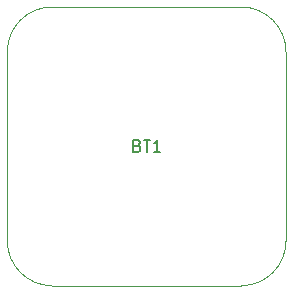
<source format=gbr>
%TF.GenerationSoftware,KiCad,Pcbnew,4.0.5-e0-6337~49~ubuntu16.04.1*%
%TF.CreationDate,2017-01-24T12:55:36-08:00*%
%TF.ProjectId,3x3-CR2032-Coin-Cell,3378332D4352323033322D436F696E2D,1.0*%
%TF.FileFunction,Other,Fab,Top*%
%FSLAX46Y46*%
G04 Gerber Fmt 4.6, Leading zero omitted, Abs format (unit mm)*
G04 Created by KiCad (PCBNEW 4.0.5-e0-6337~49~ubuntu16.04.1) date Tue Jan 24 12:55:36 2017*
%MOMM*%
%LPD*%
G01*
G04 APERTURE LIST*
%ADD10C,0.350000*%
%ADD11C,0.050000*%
%ADD12C,0.150000*%
G04 APERTURE END LIST*
D10*
D11*
X137033000Y-110226000D02*
X153033000Y-110226000D01*
X133233000Y-90426000D02*
X133233000Y-106426000D01*
X156833000Y-90426000D02*
X156833000Y-106426000D01*
X137033000Y-86626000D02*
X153033000Y-86626000D01*
X137033000Y-86626000D02*
G75*
G03X133233000Y-90426000I0J-3800000D01*
G01*
X133233000Y-106426000D02*
G75*
G03X137033000Y-110226000I3800000J0D01*
G01*
X153033000Y-110226000D02*
G75*
G03X156833000Y-106426000I0J3800000D01*
G01*
X156833000Y-90426000D02*
G75*
G03X153033000Y-86626000I-3800000J0D01*
G01*
D12*
X144247286Y-98354571D02*
X144390143Y-98402190D01*
X144437762Y-98449810D01*
X144485381Y-98545048D01*
X144485381Y-98687905D01*
X144437762Y-98783143D01*
X144390143Y-98830762D01*
X144294905Y-98878381D01*
X143913952Y-98878381D01*
X143913952Y-97878381D01*
X144247286Y-97878381D01*
X144342524Y-97926000D01*
X144390143Y-97973619D01*
X144437762Y-98068857D01*
X144437762Y-98164095D01*
X144390143Y-98259333D01*
X144342524Y-98306952D01*
X144247286Y-98354571D01*
X143913952Y-98354571D01*
X144771095Y-97878381D02*
X145342524Y-97878381D01*
X145056809Y-98878381D02*
X145056809Y-97878381D01*
X146199667Y-98878381D02*
X145628238Y-98878381D01*
X145913952Y-98878381D02*
X145913952Y-97878381D01*
X145818714Y-98021238D01*
X145723476Y-98116476D01*
X145628238Y-98164095D01*
M02*

</source>
